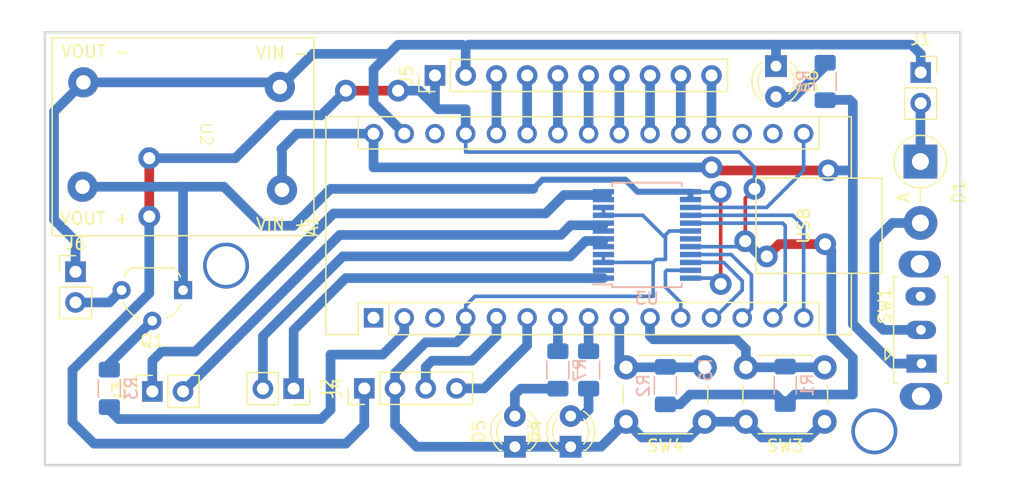
<source format=kicad_pcb>
(kicad_pcb (version 20221018) (generator pcbnew)
  (layers (0 "F.Cu" signal) (31 "B.Cu" signal) (34 "B.Paste" user) (35 "F.Paste" user) (36 "B.SilkS" user "B.Silkscreen") (37 "F.SilkS" user "F.Silkscreen") (38 "B.Mask" user) (39 "F.Mask" user) (44 "Edge.Cuts" user))
  (net 0 "")
  (net 3 "GND")
  (net 4 "/PWM1")
  (net 7 "/S1")
  (net 8 "/5v")
  (net 10 "VCC")
  (net 11 "Net-(D1-K)")
  (net 12 "Net-(D4-A)")
  (net 13 "Net-(D5-A)")
  (net 14 "Net-(D6-A)")
  (net 15 "/L2")
  (net 16 "/L1")
  (net 18 "/INA1")
  (net 19 "/INA2")
  (net 20 "/Vm")
  (net 21 "/INB1")
  (net 22 "/B1")
  (net 23 "/B2")
  (net 24 "/INB2")
  (net 25 "/OUTA1")
  (net 26 "/OUTA2")
  (net 27 "/OUTB1")
  (net 28 "/OUTB2")
  (net 29 "/PWM2")
  (net 30 "/S2")
  (net 31 "/S3")
  (net 32 "/S4")
  (net 34 "/Rx")
  (net 35 "/Tx")
  (net 36 "/S5")
  (net 37 "/S6")
  (net 38 "/S7")
  (net 39 "/S8")
  (net 40 "/Turbina")
  (net 41 "Net-(J6-Pin_2)")
  (net 42 "Net-(Q1-B)")
  (net 43 "/VIN")
  (footprint "propios:Sx1308" (layer "F.Cu") (at 116.4725 27.739 -90)
    (fp_text reference "U2" (at 0 -0.5 -90 unlocked) (layer "F.SilkS") (effects (font (thickness 0.1))))
    (fp_text value "Mt3608")
    (fp_text user "VIN +" (at 7.452 -6.81 unlocked) (layer "F.SilkS"))
    (fp_text user "VOUT -" (at -6.838 8.63 unlocked) (layer "F.SilkS"))
    (fp_text user "VIN -" (at -6.708 -6.81 unlocked) (layer "F.SilkS"))
    (fp_text user "VOUT +" (at 6.972 8.7 unlocked) (layer "F.SilkS"))
    (fp_rect (start -7.99 -9.41) (end 8.392 12.231) (stroke (width 0.12)) (fill none) (layer "F.SilkS"))
    (pad "1" thru_hole circle (at 4.602 -6.77 270) (size 2.5 2.5) (drill 1.2) (layers "*.Cu" "*.Mask") (net 43 "/VIN"))
    (pad "2" thru_hole circle (at 4.342 9.72 270) (size 2.5 2.5) (drill 1.2) (layers "*.Cu" "*.Mask") (net 20 "/Vm"))
    (pad "3" thru_hole circle (at -3.918 -6.59 270) (size 2.5 2.5) (drill 1.2) (layers "*.Cu" "*.Mask") (net 3 "GND"))
    (pad "4" thru_hole circle (at -4.298 9.65 270) (size 2.5 2.5) (drill 1.2) (layers "*.Cu" "*.Mask") (net 3 "GND"))
  )
  (footprint "Package_TO_SOT_THT:TO-92_Wide" (layer "F.Cu") (at 115.062 40.64 180)
    (fp_text reference "Q1" (at 2.55 -4.19) (layer "F.SilkS"))
    (fp_text value "BC547")
    (fp_line (start 0.74 1.85) (end 4.34 1.85) (stroke (width 0.12)) (layer "F.SilkS"))
    (fp_arc (start 0.172801 -1.103842) (mid 0.678995 -1.832692) (end 1.4 -2.35) (stroke (width 0.12)) (layer "F.SilkS"))
    (fp_arc (start 0.74 1.85) (mid 0.446097 1.509328) (end 0.215816 1.122795) (stroke (width 0.12)) (layer "F.SilkS"))
    (fp_arc (start 3.65 -2.35) (mid 4.382279 -1.833196) (end 4.895458 -1.098371) (stroke (width 0.12)) (layer "F.SilkS"))
    (fp_arc (start 4.864184 1.122795) (mid 4.633903 1.509328) (end 4.34 1.85) (stroke (width 0.12)) (layer "F.SilkS"))
    (pad "1" thru_hole rect (at 0 0 180) (size 1.5 1.5) (drill 0.8) (layers "*.Cu" "*.Mask") (net 20 "/Vm"))
    (pad "2" thru_hole circle (at 2.54 -2.54 180) (size 1.5 1.5) (drill 0.8) (layers "*.Cu" "*.Mask") (net 42 "Net-(Q1-B)"))
    (pad "3" thru_hole circle (at 5.08 0 180) (size 1.5 1.5) (drill 0.8) (layers "*.Cu" "*.Mask") (net 41 "Net-(J6-Pin_2)"))
  )
  (footprint "Connector_PinSocket_2.54mm:PinSocket_1x02_P2.54mm_Vertical" (layer "F.Cu") (at 176.047 22.626)
    (fp_text reference "J1" (at 0 -2.77) (layer "F.SilkS"))
    (fp_text value "Screw_Terminal_01x02")
    (fp_line (start -1.33 1.27) (end -1.33 3.87) (stroke (width 0.12)) (layer "F.SilkS"))
    (fp_line (start -1.33 1.27) (end 1.33 1.27) (stroke (width 0.12)) (layer "F.SilkS"))
    (fp_line (start -1.33 3.87) (end 1.33 3.87) (stroke (width 0.12)) (layer "F.SilkS"))
    (fp_line (start 0 -1.33) (end 1.33 -1.33) (stroke (width 0.12)) (layer "F.SilkS"))
    (fp_line (start 1.33 -1.33) (end 1.33 0) (stroke (width 0.12)) (layer "F.SilkS"))
    (fp_line (start 1.33 1.27) (end 1.33 3.87) (stroke (width 0.12)) (layer "F.SilkS"))
    (pad "1" thru_hole rect (at 0 0) (size 1.7 1.7) (drill 1) (layers "*.Cu" "*.Mask") (net 3 "GND"))
    (pad "2" thru_hole oval (at 0 2.54) (size 1.7 1.7) (drill 1) (layers "*.Cu" "*.Mask") (net 10 "VCC"))
  )
  (footprint "LED_THT:LED_D3.0mm" (layer "F.Cu") (at 164.084 22.098 -90)
    (fp_text reference "D6" (at 1.27 -2.96 90) (layer "F.SilkS"))
    (fp_text value "LED")
    (fp_line (start -0.29 -1.236) (end -0.29 -1.08) (stroke (width 0.12)) (layer "F.SilkS"))
    (fp_line (start -0.29 1.08) (end -0.29 1.236) (stroke (width 0.12)) (layer "F.SilkS"))
    (fp_arc (start -0.29 -1.235516) (mid 1.366487 -1.987659) (end 2.942335 -1.078608) (stroke (width 0.12)) (layer "F.SilkS"))
    (fp_arc (start 0.229039 -1.08) (mid 1.270117 -1.5) (end 2.31113 -1.079837) (stroke (width 0.12)) (layer "F.SilkS"))
    (fp_arc (start 2.31113 1.079837) (mid 1.270117 1.5) (end 0.229039 1.08) (stroke (width 0.12)) (layer "F.SilkS"))
    (fp_arc (start 2.942335 1.078608) (mid 1.366487 1.987659) (end -0.29 1.235516) (stroke (width 0.12)) (layer "F.SilkS"))
    (pad "1" thru_hole rect (at 0 0 270) (size 1.8 1.8) (drill 0.9) (layers "*.Cu" "*.Mask") (net 3 "GND"))
    (pad "2" thru_hole circle (at 2.54 0 270) (size 1.8 1.8) (drill 0.9) (layers "*.Cu" "*.Mask") (net 14 "Net-(D6-A)"))
  )
  (footprint "LED_THT:LED_D3.0mm" (layer "F.Cu") (at 147.104 53.599 90)
    (fp_text reference "D4" (at 1.27 -2.96 90) (layer "F.SilkS"))
    (fp_text value "LED")
    (fp_line (start -0.29 -1.236) (end -0.29 -1.08) (stroke (width 0.12)) (layer "F.SilkS"))
    (fp_line (start -0.29 1.08) (end -0.29 1.236) (stroke (width 0.12)) (layer "F.SilkS"))
    (fp_arc (start -0.29 -1.235516) (mid 1.366487 -1.987659) (end 2.942335 -1.078608) (stroke (width 0.12)) (layer "F.SilkS"))
    (fp_arc (start 0.229039 -1.08) (mid 1.270117 -1.5) (end 2.31113 -1.079837) (stroke (width 0.12)) (layer "F.SilkS"))
    (fp_arc (start 2.31113 1.079837) (mid 1.270117 1.5) (end 0.229039 1.08) (stroke (width 0.12)) (layer "F.SilkS"))
    (fp_arc (start 2.942335 1.078608) (mid 1.366487 1.987659) (end -0.29 1.235516) (stroke (width 0.12)) (layer "F.SilkS"))
    (pad "1" thru_hole rect (at 0 0 90) (size 1.8 1.8) (drill 0.9) (layers "*.Cu" "*.Mask") (net 3 "GND"))
    (pad "2" thru_hole circle (at 2.54 0 90) (size 1.8 1.8) (drill 0.9) (layers "*.Cu" "*.Mask") (net 12 "Net-(D4-A)"))
  )
  (footprint "Connector_PinSocket_2.54mm:PinSocket_1x02_P2.54mm_Vertical" (layer "F.Cu") (at 112.522 49.022 90)
    (fp_text reference "J3" (at 0 -2.77 90) (layer "F.SilkS"))
    (fp_text value "Conn_01x02_Socket")
    (fp_line (start -1.33 1.27) (end -1.33 3.87) (stroke (width 0.12)) (layer "F.SilkS"))
    (fp_line (start -1.33 1.27) (end 1.33 1.27) (stroke (width 0.12)) (layer "F.SilkS"))
    (fp_line (start -1.33 3.87) (end 1.33 3.87) (stroke (width 0.12)) (layer "F.SilkS"))
    (fp_line (start 0 -1.33) (end 1.33 -1.33) (stroke (width 0.12)) (layer "F.SilkS"))
    (fp_line (start 1.33 -1.33) (end 1.33 0) (stroke (width 0.12)) (layer "F.SilkS"))
    (fp_line (start 1.33 1.27) (end 1.33 3.87) (stroke (width 0.12)) (layer "F.SilkS"))
    (pad "1" thru_hole rect (at 0 0 90) (size 1.7 1.7) (drill 1) (layers "*.Cu" "*.Mask") (net 27 "/OUTB1"))
    (pad "2" thru_hole oval (at 0 2.54 90) (size 1.7 1.7) (drill 1) (layers "*.Cu" "*.Mask") (net 28 "/OUTB2"))
  )
  (footprint "Connector_PinHeader_2.54mm:PinHeader_1x10_P2.54mm_Vertical" (layer "F.Cu") (at 135.89 22.87 90)
    (fp_text reference "J5" (at 0 -2.33 90) (layer "F.SilkS"))
    (fp_text value "Conn_01x10_Pin")
    (fp_line (start -1.33 -1.33) (end 0 -1.33) (stroke (width 0.12)) (layer "F.SilkS"))
    (fp_line (start -1.33 0) (end -1.33 -1.33) (stroke (width 0.12)) (layer "F.SilkS"))
    (fp_line (start -1.33 1.27) (end -1.33 24.19) (stroke (width 0.12)) (layer "F.SilkS"))
    (fp_line (start -1.33 1.27) (end 1.33 1.27) (stroke (width 0.12)) (layer "F.SilkS"))
    (fp_line (start -1.33 24.19) (end 1.33 24.19) (stroke (width 0.12)) (layer "F.SilkS"))
    (fp_line (start 1.33 1.27) (end 1.33 24.19) (stroke (width 0.12)) (layer "F.SilkS"))
    (pad "1" thru_hole rect (at 0 0 90) (size 1.7 1.7) (drill 1) (layers "*.Cu" "*.Mask") (net 8 "/5v"))
    (pad "2" thru_hole oval (at 0 2.54 90) (size 1.7 1.7) (drill 1) (layers "*.Cu" "*.Mask") (net 3 "GND"))
    (pad "3" thru_hole oval (at 0 5.08 90) (size 1.7 1.7) (drill 1) (layers "*.Cu" "*.Mask") (net 7 "/S1"))
    (pad "4" thru_hole oval (at 0 7.62 90) (size 1.7 1.7) (drill 1) (layers "*.Cu" "*.Mask") (net 30 "/S2"))
    (pad "5" thru_hole oval (at 0 10.16 90) (size 1.7 1.7) (drill 1) (layers "*.Cu" "*.Mask") (net 31 "/S3"))
    (pad "6" thru_hole oval (at 0 12.7 90) (size 1.7 1.7) (drill 1) (layers "*.Cu" "*.Mask") (net 32 "/S4"))
    (pad "7" thru_hole oval (at 0 15.24 90) (size 1.7 1.7) (drill 1) (layers "*.Cu" "*.Mask") (net 36 "/S5"))
    (pad "8" thru_hole oval (at 0 17.78 90) (size 1.7 1.7) (drill 1) (layers "*.Cu" "*.Mask") (net 37 "/S6"))
    (pad "9" thru_hole oval (at 0 20.32 90) (size 1.7 1.7) (drill 1) (layers "*.Cu" "*.Mask") (net 38 "/S7"))
    (pad "10" thru_hole oval (at 0 22.86 90) (size 1.7 1.7) (drill 1) (layers "*.Cu" "*.Mask") (net 39 "/S8"))
  )
  (footprint "Connector_PinHeader_2.54mm:PinHeader_1x04_P2.54mm_Vertical" (layer "F.Cu") (at 130.048 48.768 90)
    (fp_text reference "J4" (at 0 -2.33 90) (layer "F.SilkS"))
    (fp_text value "Conn_01x04_Pin")
    (fp_line (start -1.33 -1.33) (end 0 -1.33) (stroke (width 0.12)) (layer "F.SilkS"))
    (fp_line (start -1.33 0) (end -1.33 -1.33) (stroke (width 0.12)) (layer "F.SilkS"))
    (fp_line (start -1.33 1.27) (end -1.33 8.95) (stroke (width 0.12)) (layer "F.SilkS"))
    (fp_line (start -1.33 1.27) (end 1.33 1.27) (stroke (width 0.12)) (layer "F.SilkS"))
    (fp_line (start -1.33 8.95) (end 1.33 8.95) (stroke (width 0.12)) (layer "F.SilkS"))
    (fp_line (start 1.33 1.27) (end 1.33 8.95) (stroke (width 0.12)) (layer "F.SilkS"))
    (pad "1" thru_hole rect (at 0 0 90) (size 1.7 1.7) (drill 1) (layers "*.Cu" "*.Mask") (net 8 "/5v"))
    (pad "2" thru_hole oval (at 0 2.54 90) (size 1.7 1.7) (drill 1) (layers "*.Cu" "*.Mask") (net 3 "GND"))
    (pad "3" thru_hole oval (at 0 5.08 90) (size 1.7 1.7) (drill 1) (layers "*.Cu" "*.Mask") (net 34 "/Rx"))
    (pad "4" thru_hole oval (at 0 7.62 90) (size 1.7 1.7) (drill 1) (layers "*.Cu" "*.Mask") (net 35 "/Tx"))
  )
  (footprint "" (layer "F.Cu") (at 172.212 52.324)
    (fp_text reference "" (at 0 0) (layer "F.SilkS") (effects (font (size 1.27 1.27))))
    (fp_text value "" (at 0 0) (layer "F.SilkS") (effects (font (size 1.27 1.27))))
    (pad "1" thru_hole circle (at 0 0) (size 3.8 3.8) (drill 3.2) (layers "*.Cu" "*.Mask"))
  )
  (footprint "" (layer "F.Cu") (at 118.618 38.608)
    (fp_text reference "" (at 0 0) (layer "F.SilkS") (effects (font (size 1.27 1.27))))
    (fp_text value "" (at 0 0) (layer "F.SilkS") (effects (font (size 1.27 1.27))))
    (pad "1" thru_hole circle (at 0 0) (size 3.8 3.8) (drill 3.2) (layers "*.Cu" "*.Mask"))
  )
  (footprint "Button_Switch_THT:SW_PUSH_6mm" (layer "F.Cu") (at 168.096 51.526 180)
    (fp_text reference "SW3" (at 3.25 -2) (layer "F.SilkS"))
    (fp_text value "SW_Push")
    (fp_line (start -0.25 1.5) (end -0.25 3) (stroke (width 0.12)) (layer "F.SilkS"))
    (fp_line (start 1 5.5) (end 5.5 5.5) (stroke (width 0.12)) (layer "F.SilkS"))
    (fp_line (start 5.5 -1) (end 1 -1) (stroke (width 0.12)) (layer "F.SilkS"))
    (fp_line (start 6.75 3) (end 6.75 1.5) (stroke (width 0.12)) (layer "F.SilkS"))
    (pad "1" thru_hole circle (at 0 0 270) (size 2 2) (drill 1.1) (layers "*.Cu" "*.Mask") (net 3 "GND"))
    (pad "1" thru_hole circle (at 6.5 0 270) (size 2 2) (drill 1.1) (layers "*.Cu" "*.Mask") (net 3 "GND"))
    (pad "2" thru_hole circle (at 0 4.5 270) (size 2 2) (drill 1.1) (layers "*.Cu" "*.Mask") (net 22 "/B1"))
    (pad "2" thru_hole circle (at 6.5 4.5 270) (size 2 2) (drill 1.1) (layers "*.Cu" "*.Mask") (net 22 "/B1"))
  )
  (footprint "Button_Switch_THT:SW_PUSH_6mm" (layer "F.Cu") (at 158.19 51.526 180)
    (fp_text reference "SW4" (at 3.25 -2) (layer "F.SilkS"))
    (fp_text value "SW_Push")
    (fp_line (start -0.25 1.5) (end -0.25 3) (stroke (width 0.12)) (layer "F.SilkS"))
    (fp_line (start 1 5.5) (end 5.5 5.5) (stroke (width 0.12)) (layer "F.SilkS"))
    (fp_line (start 5.5 -1) (end 1 -1) (stroke (width 0.12)) (layer "F.SilkS"))
    (fp_line (start 6.75 3) (end 6.75 1.5) (stroke (width 0.12)) (layer "F.SilkS"))
    (pad "1" thru_hole circle (at 0 0 270) (size 2 2) (drill 1.1) (layers "*.Cu" "*.Mask") (net 3 "GND"))
    (pad "1" thru_hole circle (at 6.5 0 270) (size 2 2) (drill 1.1) (layers "*.Cu" "*.Mask") (net 3 "GND"))
    (pad "2" thru_hole circle (at 0 4.5 270) (size 2 2) (drill 1.1) (layers "*.Cu" "*.Mask") (net 23 "/B2"))
    (pad "2" thru_hole circle (at 6.5 4.5 270) (size 2 2) (drill 1.1) (layers "*.Cu" "*.Mask") (net 23 "/B2"))
  )
  (footprint "Connector_PinSocket_2.54mm:PinSocket_1x02_P2.54mm_Vertical" (layer "F.Cu") (at 124.206 48.793 -90)
    (fp_text reference "J2" (at 0 -2.77 90) (layer "F.SilkS"))
    (fp_text value "Conn_01x02_Socket")
    (fp_line (start -1.33 1.27) (end -1.33 3.87) (stroke (width 0.12)) (layer "F.SilkS"))
    (fp_line (start -1.33 1.27) (end 1.33 1.27) (stroke (width 0.12)) (layer "F.SilkS"))
    (fp_line (start -1.33 3.87) (end 1.33 3.87) (stroke (width 0.12)) (layer "F.SilkS"))
    (fp_line (start 0 -1.33) (end 1.33 -1.33) (stroke (width 0.12)) (layer "F.SilkS"))
    (fp_line (start 1.33 -1.33) (end 1.33 0) (stroke (width 0.12)) (layer "F.SilkS"))
    (fp_line (start 1.33 1.27) (end 1.33 3.87) (stroke (width 0.12)) (layer "F.SilkS"))
    (pad "1" thru_hole rect (at 0 0 270) (size 1.7 1.7) (drill 1) (layers "*.Cu" "*.Mask") (net 25 "/OUTA1"))
    (pad "2" thru_hole oval (at 0 2.54 270) (size 1.7 1.7) (drill 1) (layers "*.Cu" "*.Mask") (net 26 "/OUTA2"))
  )
  (footprint "Button_Switch_THT:SW_Slide_1P2T_CK_OS102011MS2Q" (layer "F.Cu") (at 176.0655 45.928 90)
    (fp_text reference "SW1" (at 3.99 -2.99 90) (layer "F.SilkS"))
    (fp_text value "SW_DPDT_x2")
    (fp_line (start -2.41 -2.26) (end 6.41 -2.26) (stroke (width 0.12)) (layer "F.SilkS"))
    (fp_line (start -2.41 -1.95) (end -2.41 -2.26) (stroke (width 0.12)) (layer "F.SilkS"))
    (fp_line (start -2.41 2.26) (end -2.41 1.95) (stroke (width 0.12)) (layer "F.SilkS"))
    (fp_line (start -0.5 -2.96) (end 0 -2.46) (stroke (width 0.12)) (layer "F.SilkS"))
    (fp_line (start 0 -2.46) (end 0.5 -2.96) (stroke (width 0.12)) (layer "F.SilkS"))
    (fp_line (start 0.5 -2.96) (end -0.5 -2.96) (stroke (width 0.12)) (layer "F.SilkS"))
    (fp_line (start 6.41 -2.26) (end 6.41 -1.95) (stroke (width 0.12)) (layer "F.SilkS"))
    (fp_line (start 6.41 2.26) (end -2.41 2.26) (stroke (width 0.12)) (layer "F.SilkS"))
    (fp_line (start 6.41 2.26) (end 6.41 1.95) (stroke (width 0.12)) (layer "F.SilkS"))
    (pad "" thru_hole oval (at -3.5 0 90) (size 2.2 3.5) (drill 1.5) (layers "*.Cu" "*.Mask"))
    (pad "" thru_hole oval (at 7.45 -0.1 90) (size 2.2 3.5) (drill 1.5) (layers "*.Cu" "*.Mask"))
    (pad "1" thru_hole rect (at -0.79 0.05 90) (size 1.5 2.5) (drill 0.8) (layers "*.Cu" "*.Mask") (net 43 "/VIN"))
    (pad "2" thru_hole oval (at 2 0 90) (size 1.5 2.5) (drill 0.8) (layers "*.Cu" "*.Mask") (net 11 "Net-(D1-K)"))
    (pad "3" thru_hole oval (at 4.78 -0.03 90) (size 1.5 2.5) (drill 0.8) (layers "*.Cu" "*.Mask"))
  )
  (footprint "Module:Arduino_Nano" (layer "F.Cu") (at 130.81 42.926 90)
    (fp_text reference "A1" (at 7.62 -5.08 90) (layer "F.SilkS"))
    (fp_text value "Arduino_Nano_v3.x")
    (fp_text user "USB" (at 7.62 35.56 90 unlocked) (layer "F.SilkS"))
    (fp_line (start -1.4 -3.94) (end -1.4 -1.27) (stroke (width 0.12)) (layer "F.SilkS"))
    (fp_line (start -1.4 1.27) (end -1.4 39.5) (stroke (width 0.12)) (layer "F.SilkS"))
    (fp_line (start -1.4 39.5) (end 3.68 39.5) (stroke (width 0.12)) (layer "F.SilkS"))
    (fp_line (start 1.27 -1.27) (end -1.4 -1.27) (stroke (width 0.12)) (layer "F.SilkS"))
    (fp_line (start 1.27 1.27) (end -1.4 1.27) (stroke (width 0.12)) (layer "F.SilkS"))
    (fp_line (start 1.27 1.27) (end 1.27 -1.27) (stroke (width 0.12)) (layer "F.SilkS"))
    (fp_line (start 1.27 1.27) (end 1.27 36.83) (stroke (width 0.12)) (layer "F.SilkS"))
    (fp_line (start 1.27 36.83) (end -1.4 36.83) (stroke (width 0.12)) (layer "F.SilkS"))
    (fp_line (start 3.68 31.62) (end 11.56 31.62) (stroke (width 0.12)) (layer "F.SilkS"))
    (fp_line (start 3.68 42.04) (end 3.68 31.62) (stroke (width 0.12)) (layer "F.SilkS"))
    (fp_line (start 11.56 31.62) (end 11.56 42.04) (stroke (width 0.12)) (layer "F.SilkS"))
    (fp_line (start 11.56 42.04) (end 3.68 42.04) (stroke (width 0.12)) (layer "F.SilkS"))
    (fp_line (start 13.97 -1.27) (end 13.97 36.83) (stroke (width 0.12)) (layer "F.SilkS"))
    (fp_line (start 13.97 -1.27) (end 16.64 -1.27) (stroke (width 0.12)) (layer "F.SilkS"))
    (fp_line (start 13.97 36.83) (end 16.64 36.83) (stroke (width 0.12)) (layer "F.SilkS"))
    (fp_line (start 16.64 -3.94) (end -1.4 -3.94) (stroke (width 0.12)) (layer "F.SilkS"))
    (fp_line (start 16.64 39.5) (end 11.56 39.5) (stroke (width 0.12)) (layer "F.SilkS"))
    (fp_line (start 16.64 39.5) (end 16.64 -3.94) (stroke (width 0.12)) (layer "F.SilkS"))
    (pad "1" thru_hole rect (at 0 0 90) (size 1.6 1.6) (drill 1) (layers "*.Cu" "*.Mask"))
    (pad "2" thru_hole oval (at 0 2.54 90) (size 1.6 1.6) (drill 1) (layers "*.Cu" "*.Mask") (net 40 "/Turbina"))
    (pad "3" thru_hole oval (at 0 5.08 90) (size 1.6 1.6) (drill 1) (layers "*.Cu" "*.Mask"))
    (pad "4" thru_hole oval (at 0 7.62 90) (size 1.6 1.6) (drill 1) (layers "*.Cu" "*.Mask") (net 3 "GND"))
    (pad "5" thru_hole oval (at 0 10.16 90) (size 1.6 1.6) (drill 1) (layers "*.Cu" "*.Mask") (net 34 "/Rx"))
    (pad "6" thru_hole oval (at 0 12.7 90) (size 1.6 1.6) (drill 1) (layers "*.Cu" "*.Mask") (net 35 "/Tx"))
    (pad "7" thru_hole oval (at 0 15.24 90) (size 1.6 1.6) (drill 1) (layers "*.Cu" "*.Mask") (net 16 "/L1"))
    (pad "8" thru_hole oval (at 0 17.78 90) (size 1.6 1.6) (drill 1) (layers "*.Cu" "*.Mask") (net 15 "/L2"))
    (pad "9" thru_hole oval (at 0 20.32 90) (size 1.6 1.6) (drill 1) (layers "*.Cu" "*.Mask") (net 23 "/B2"))
    (pad "10" thru_hole oval (at 0 22.86 90) (size 1.6 1.6) (drill 1) (layers "*.Cu" "*.Mask") (net 22 "/B1"))
    (pad "11" thru_hole oval (at 0 25.4 90) (size 1.6 1.6) (drill 1) (layers "*.Cu" "*.Mask") (net 4 "/PWM1"))
    (pad "12" thru_hole oval (at 0 27.94 90) (size 1.6 1.6) (drill 1) (layers "*.Cu" "*.Mask") (net 19 "/INA2"))
    (pad "13" thru_hole oval (at 0 30.48 90) (size 1.6 1.6) (drill 1) (layers "*.Cu" "*.Mask") (net 18 "/INA1"))
    (pad "14" thru_hole oval (at 0 33.02 90) (size 1.6 1.6) (drill 1) (layers "*.Cu" "*.Mask") (net 21 "/INB1"))
    (pad "15" thru_hole oval (at 0 35.56 90) (size 1.6 1.6) (drill 1) (layers "*.Cu" "*.Mask") (net 24 "/INB2"))
    (pad "16" thru_hole oval (at 15.24 35.56 90) (size 1.6 1.6) (drill 1) (layers "*.Cu" "*.Mask") (net 29 "/PWM2"))
    (pad "17" thru_hole oval (at 15.24 33.02 90) (size 1.6 1.6) (drill 1) (layers "*.Cu" "*.Mask"))
    (pad "18" thru_hole oval (at 15.24 30.48 90) (size 1.6 1.6) (drill 1) (layers "*.Cu" "*.Mask"))
    (pad "19" thru_hole oval (at 15.24 27.94 90) (size 1.6 1.6) (drill 1) (layers "*.Cu" "*.Mask") (net 39 "/S8"))
    (pad "20" thru_hole oval (at 15.24 25.4 90) (size 1.6 1.6) (drill 1) (layers "*.Cu" "*.Mask") (net 38 "/S7"))
    (pad "21" thru_hole oval (at 15.24 22.86 90) (size 1.6 1.6) (drill 1) (layers "*.Cu" "*.Mask") (net 37 "/S6"))
    (pad "22" thru_hole oval (at 15.24 20.32 90) (size 1.6 1.6) (drill 1) (layers "*.Cu" "*.Mask") (net 36 "/S5"))
    (pad "23" thru_hole oval (at 15.24 17.78 90) (size 1.6 1.6) (drill 1) (layers "*.Cu" "*.Mask") (net 32 "/S4"))
    (pad "24" thru_hole oval (at 15.24 15.24 90) (size 1.6 1.6) (drill 1) (layers "*.Cu" "*.Mask") (net 31 "/S3"))
    (pad "25" thru_hole oval (at 15.24 12.7 90) (size 1.6 1.6) (drill 1) (layers "*.Cu" "*.Mask") (net 30 "/S2"))
    (pad "26" thru_hole oval (at 15.24 10.16 90) (size 1.6 1.6) (drill 1) (layers "*.Cu" "*.Mask") (net 7 "/S1"))
    (pad "27" thru_hole oval (at 15.24 7.62 90) (size 1.6 1.6) (drill 1) (layers "*.Cu" "*.Mask") (net 8 "/5v"))
    (pad "28" thru_hole oval (at 15.24 5.08 90) (size 1.6 1.6) (drill 1) (layers "*.Cu" "*.Mask"))
    (pad "29" thru_hole oval (at 15.24 2.54 90) (size 1.6 1.6) (drill 1) (layers "*.Cu" "*.Mask") (net 3 "GND"))
    (pad "30" thru_hole oval (at 15.24 0 90) (size 1.6 1.6) (drill 1) (layers "*.Cu" "*.Mask") (net 43 "/VIN"))
  )
  (footprint "LED_THT:LED_D3.0mm" (layer "F.Cu") (at 142.494 53.599 90)
    (fp_text reference "D5" (at 1.27 -2.96 90) (layer "F.SilkS"))
    (fp_text value "LED")
    (fp_line (start -0.29 -1.236) (end -0.29 -1.08) (stroke (width 0.12)) (layer "F.SilkS"))
    (fp_line (start -0.29 1.08) (end -0.29 1.236) (stroke (width 0.12)) (layer "F.SilkS"))
    (fp_arc (start -0.29 -1.235516) (mid 1.366487 -1.987659) (end 2.942335 -1.078608) (stroke (width 0.12)) (layer "F.SilkS"))
    (fp_arc (start 0.229039 -1.08) (mid 1.270117 -1.5) (end 2.31113 -1.079837) (stroke (width 0.12)) (layer "F.SilkS"))
    (fp_arc (start 2.31113 1.079837) (mid 1.270117 1.5) (end 0.229039 1.08) (stroke (width 0.12)) (layer "F.SilkS"))
    (fp_arc (start 2.942335 1.078608) (mid 1.366487 1.987659) (end -0.29 1.235516) (stroke (width 0.12)) (layer "F.SilkS"))
    (pad "1" thru_hole rect (at 0 0 90) (size 1.8 1.8) (drill 0.9) (layers "*.Cu" "*.Mask") (net 3 "GND"))
    (pad "2" thru_hole circle (at 2.54 0 90) (size 1.8 1.8) (drill 0.9) (layers "*.Cu" "*.Mask") (net 13 "Net-(D5-A)"))
  )
  (footprint "Diode_THT:D_5W_P5.08mm_Vertical_AnodeUp" (layer "F.Cu") (at 176.022 29.99795 -90)
    (fp_text reference "D1" (at 2.54 -3.174899 90) (layer "F.SilkS"))
    (fp_text value "type=\"D\" model=\"DIODE\" lib=\"\"")
    (fp_text user "A" (at 2.98 1.4 90) (layer "F.SilkS"))
    (fp_line (start 2.174899 0) (end 3.38 0) (stroke (width 0.12)) (layer "F.SilkS"))
    (fp_circle (center 0 0) (end 2.174899 0) (stroke (width 0.12)) (fill none) (layer "F.SilkS"))
    (pad "1" thru_hole rect (at 0 0 270) (size 2.8 2.8) (drill 1.4) (layers "*.Cu" "*.Mask") (net 10 "VCC"))
    (pad "2" thru_hole oval (at 5.08 0 270) (size 2.8 2.8) (drill 1.4) (layers "*.Cu" "*.Mask") (net 11 "Net-(D1-K)"))
  )
  (footprint "Connector_PinHeader_2.54mm:PinHeader_1x02_P2.54mm_Vertical" (layer "F.Cu") (at 106.172 39.116)
    (fp_text reference "J6" (at 0 -2.33) (layer "F.SilkS"))
    (fp_text value "Conn_01x02_Pin")
    (fp_line (start -1.33 -1.33) (end 0 -1.33) (stroke (width 0.12)) (layer "F.SilkS"))
    (fp_line (start -1.33 0) (end -1.33 -1.33) (stroke (width 0.12)) (layer "F.SilkS"))
    (fp_line (start -1.33 1.27) (end -1.33 3.87) (stroke (width 0.12)) (layer "F.SilkS"))
    (fp_line (start -1.33 1.27) (end 1.33 1.27) (stroke (width 0.12)) (layer "F.SilkS"))
    (fp_line (start -1.33 3.87) (end 1.33 3.87) (stroke (width 0.12)) (layer "F.SilkS"))
    (fp_line (start 1.33 1.27) (end 1.33 3.87) (stroke (width 0.12)) (layer "F.SilkS"))
    (pad "1" thru_hole rect (at 0 0) (size 1.7 1.7) (drill 1) (layers "*.Cu" "*.Mask") (net 3 "GND"))
    (pad "2" thru_hole oval (at 0 2.54) (size 1.7 1.7) (drill 1) (layers "*.Cu" "*.Mask") (net 41 "Net-(J6-Pin_2)"))
  )
  (footprint "Resistor_SMD:R_1206_3216Metric_Pad1.30x1.75mm_HandSolder" (layer "B.Cu") (at 108.966 48.768 90)
    (fp_text reference "R3" (at 0 1.82 90) (layer "B.SilkS") (effects (justify mirror)))
    (fp_text value "4.7k")
    (fp_line (start -0.727064 -0.91) (end 0.727064 -0.91) (stroke (width 0.12)) (layer "B.SilkS"))
    (fp_line (start -0.727064 0.91) (end 0.727064 0.91) (stroke (width 0.12)) (layer "B.SilkS"))
    (pad "1" smd roundrect (at -1.55 0 90) (size 1.3 1.75) (layers "B.Cu" "B.Paste" "B.Mask") (roundrect_rratio 0.192308) (net 40 "/Turbina"))
    (pad "2" smd roundrect (at 1.55 0 90) (size 1.3 1.75) (layers "B.Cu" "B.Paste" "B.Mask") (roundrect_rratio 0.192308) (net 42 "Net-(Q1-B)"))
  )
  (footprint "Resistor_SMD:R_1206_3216Metric_Pad1.30x1.75mm_HandSolder" (layer "B.Cu") (at 164.846 48.514 90)
    (fp_text reference "R1" (at 0 1.82 90) (layer "B.SilkS") (effects (justify mirror)))
    (fp_text value "R")
    (fp_line (start -0.727064 -0.91) (end 0.727064 -0.91) (stroke (width 0.12)) (layer "B.SilkS"))
    (fp_line (start -0.727064 0.91) (end 0.727064 0.91) (stroke (width 0.12)) (layer "B.SilkS"))
    (pad "1" smd roundrect (at -1.55 0 90) (size 1.3 1.75) (layers "B.Cu" "B.Paste" "B.Mask") (roundrect_rratio 0.192308) (net 8 "/5v"))
    (pad "2" smd roundrect (at 1.55 0 90) (size 1.3 1.75) (layers "B.Cu" "B.Paste" "B.Mask") (roundrect_rratio 0.192308) (net 22 "/B1"))
  )
  (footprint "Package_SO:SSOP-24_5.3x8.2mm_P0.65mm" (layer "B.Cu") (at 153.416 36.068)
    (fp_text reference "U3" (at 0 5.25) (layer "B.SilkS") (effects (justify mirror)))
    (fp_text value "TB6612FNG")
    (fp_line (start -2.875 -4.325) (end -2.875 -4.025) (stroke (width 0.15)) (layer "B.SilkS"))
    (fp_line (start -2.875 -4.325) (end 2.875 -4.325) (stroke (width 0.15)) (layer "B.SilkS"))
    (fp_line (start -2.875 4.1) (end -4.475 4.1) (stroke (width 0.15)) (layer "B.SilkS"))
    (fp_line (start -2.875 4.325) (end -2.875 4.1) (stroke (width 0.15)) (layer "B.SilkS"))
    (fp_line (start -2.875 4.325) (end 2.875 4.325) (stroke (width 0.15)) (layer "B.SilkS"))
    (fp_line (start 2.875 -4.325) (end 2.875 -4.025) (stroke (width 0.15)) (layer "B.SilkS"))
    (fp_line (start 2.875 4.325) (end 2.875 4.025) (stroke (width 0.15)) (layer "B.SilkS"))
    (pad "1" smd rect (at -3.6 3.575) (size 1.75 0.45) (layers "B.Cu" "B.Paste" "B.Mask") (net 25 "/OUTA1"))
    (pad "2" smd rect (at -3.6 2.925) (size 1.75 0.45) (layers "B.Cu" "B.Paste" "B.Mask") (net 25 "/OUTA1"))
    (pad "3" smd rect (at -3.6 2.275) (size 1.75 0.45) (layers "B.Cu" "B.Paste" "B.Mask") (net 3 "GND"))
    (pad "4" smd rect (at -3.6 1.625) (size 1.75 0.45) (layers "B.Cu" "B.Paste" "B.Mask") (net 3 "GND"))
    (pad "5" smd rect (at -3.6 0.975) (size 1.75 0.45) (layers "B.Cu" "B.Paste" "B.Mask") (net 26 "/OUTA2"))
    (pad "6" smd rect (at -3.6 0.325) (size 1.75 0.45) (layers "B.Cu" "B.Paste" "B.Mask") (net 26 "/OUTA2"))
    (pad "7" smd rect (at -3.6 -0.325) (size 1.75 0.45) (layers "B.Cu" "B.Paste" "B.Mask") (net 28 "/OUTB2"))
    (pad "8" smd rect (at -3.6 -0.975) (size 1.75 0.45) (layers "B.Cu" "B.Paste" "B.Mask") (net 28 "/OUTB2"))
    (pad "9" smd rect (at -3.6 -1.625) (size 1.75 0.45) (layers "B.Cu" "B.Paste" "B.Mask") (net 3 "GND"))
    (pad "10" smd rect (at -3.6 -2.275) (size 1.75 0.45) (layers "B.Cu" "B.Paste" "B.Mask") (net 3 "GND"))
    (pad "11" smd rect (at -3.6 -2.925) (size 1.75 0.45) (layers "B.Cu" "B.Paste" "B.Mask") (net 27 "/OUTB1"))
    (pad "12" smd rect (at -3.6 -3.575) (size 1.75 0.45) (layers "B.Cu" "B.Paste" "B.Mask") (net 27 "/OUTB1"))
    (pad "13" smd rect (at 3.6 -3.575) (size 1.75 0.45) (layers "B.Cu" "B.Paste" "B.Mask") (net 20 "/Vm"))
    (pad "14" smd rect (at 3.6 -2.925) (size 1.75 0.45) (layers "B.Cu" "B.Paste" "B.Mask") (net 20 "/Vm"))
    (pad "15" smd rect (at 3.6 -2.275) (size 1.75 0.45) (layers "B.Cu" "B.Paste" "B.Mask") (net 29 "/PWM2"))
    (pad "16" smd rect (at 3.6 -1.625) (size 1.75 0.45) (layers "B.Cu" "B.Paste" "B.Mask") (net 24 "/INB2"))
    (pad "17" smd rect (at 3.6 -0.975) (size 1.75 0.45) (layers "B.Cu" "B.Paste" "B.Mask") (net 21 "/INB1"))
    (pad "18" smd rect (at 3.6 -0.325) (size 1.75 0.45) (layers "B.Cu" "B.Paste" "B.Mask") (net 3 "GND"))
    (pad "19" smd rect (at 3.6 0.325) (size 1.75 0.45) (layers "B.Cu" "B.Paste" "B.Mask"))
    (pad "20" smd rect (at 3.6 0.975) (size 1.75 0.45) (layers "B.Cu" "B.Paste" "B.Mask") (net 8 "/5v"))
    (pad "21" smd rect (at 3.6 1.625) (size 1.75 0.45) (layers "B.Cu" "B.Paste" "B.Mask") (net 18 "/INA1"))
    (pad "22" smd rect (at 3.6 2.275) (size 1.75 0.45) (layers "B.Cu" "B.Paste" "B.Mask") (net 19 "/INA2"))
    (pad "23" smd rect (at 3.6 2.925) (size 1.75 0.45) (layers "B.Cu" "B.Paste" "B.Mask") (net 4 "/PWM1"))
    (pad "24" smd rect (at 3.6 3.575) (size 1.75 0.45) (layers "B.Cu" "B.Paste" "B.Mask") (net 20 "/Vm"))
  )
  (footprint "Resistor_SMD:R_1206_3216Metric_Pad1.30x1.75mm_HandSolder" (layer "B.Cu") (at 154.94 48.54 -90)
    (fp_text reference "R2" (at 0 1.82 90) (layer "B.SilkS") (effects (justify mirror)))
    (fp_text value "R")
    (fp_line (start -0.727064 -0.91) (end 0.727064 -0.91) (stroke (width 0.12)) (layer "B.SilkS"))
    (fp_line (start -0.727064 0.91) (end 0.727064 0.91) (stroke (width 0.12)) (layer "B.SilkS"))
    (pad "1" smd roundrect (at -1.55 0 270) (size 1.3 1.75) (layers "B.Cu" "B.Paste" "B.Mask") (roundrect_rratio 0.192308) (net 23 "/B2"))
    (pad "2" smd roundrect (at 1.55 0 270) (size 1.3 1.75) (layers "B.Cu" "B.Paste" "B.Mask") (roundrect_rratio 0.192308) (net 8 "/5v"))
  )
  (footprint "Resistor_SMD:R_1206_3216Metric_Pad1.30x1.75mm_HandSolder" (layer "B.Cu") (at 168.148 23.368 -90)
    (fp_text reference "R8" (at 0 1.82 90) (layer "B.SilkS") (effects (justify mirror)))
    (fp_text value "1000")
    (fp_line (start -0.727064 -0.91) (end 0.727064 -0.91) (stroke (width 0.12)) (layer "B.SilkS"))
    (fp_line (start -0.727064 0.91) (end 0.727064 0.91) (stroke (width 0.12)) (layer "B.SilkS"))
    (pad "1" smd roundrect (at -1.55 0 270) (size 1.3 1.75) (layers "B.Cu" "B.Paste" "B.Mask") (roundrect_rratio 0.192308) (net 14 "Net-(D6-A)"))
    (pad "2" smd roundrect (at 1.55 0 270) (size 1.3 1.75) (layers "B.Cu" "B.Paste" "B.Mask") (roundrect_rratio 0.192308) (net 43 "/VIN"))
  )
  (footprint "Resistor_SMD:R_1206_3216Metric_Pad1.30x1.75mm_HandSolder" (layer "B.Cu") (at 146.05 47.244 90)
    (fp_text reference "R7" (at 0 1.82 90) (layer "B.SilkS") (effects (justify mirror)))
    (fp_text value "1000")
    (fp_line (start -0.727064 -0.91) (end 0.727064 -0.91) (stroke (width 0.12)) (layer "B.SilkS"))
    (fp_line (start -0.727064 0.91) (end 0.727064 0.91) (stroke (width 0.12)) (layer "B.SilkS"))
    (pad "1" smd roundrect (at -1.55 0 90) (size 1.3 1.75) (layers "B.Cu" "B.Paste" "B.Mask") (roundrect_rratio 0.192308) (net 13 "Net-(D5-A)"))
    (pad "2" smd roundrect (at 1.55 0 90) (size 1.3 1.75) (layers "B.Cu" "B.Paste" "B.Mask") (roundrect_rratio 0.192308) (net 16 "/L1"))
  )
  (footprint "Resistor_SMD:R_1206_3216Metric_Pad1.30x1.75mm_HandSolder" (layer "B.Cu") (at 148.59 47.244 90)
    (fp_text reference "R6" (at 0 9.694 90) (layer "B.SilkS") (effects (justify mirror)))
    (fp_text value "1000")
    (fp_line (start -0.727064 -0.91) (end 0.727064 -0.91) (stroke (width 0.12)) (layer "B.SilkS"))
    (fp_line (start -0.727064 0.91) (end 0.727064 0.91) (stroke (width 0.12)) (layer "B.SilkS"))
    (pad "1" smd roundrect (at -1.55 0 90) (size 1.3 1.75) (layers "B.Cu" "B.Paste" "B.Mask") (roundrect_rratio 0.192308) (net 12 "Net-(D4-A)"))
    (pad "2" smd roundrect (at 1.55 0 90) (size 1.3 1.75) (layers "B.Cu" "B.Paste" "B.Mask") (roundrect_rratio 0.192308) (net 15 "/L2"))
  )
  (gr_rect (start 103.632 19.304) (end 179.324 55.118) (stroke (width 0.2)) (fill none) (layer "Edge.Cuts"))
  (segment (start 156.884 52.832) (end 152.996 52.832) (width 0.8) (layer "B.Cu") (net 3))
  (segment (start 132.832 20.33) (end 138.176 20.33) (width 0.8) (layer "B.Cu") (net 3))
  (segment (start 106.172 39.116) (end 106.172 36.576) (width 0.8) (layer "B.Cu") (net 3))
  (segment (start 149.816 34.443) (end 153.061 34.443) (width 0.3) (layer "B.Cu") (net 3))
  (segment (start 153.061 34.443) (end 154.94 36.322) (width 0.3) (layer "B.Cu") (net 3))
  (segment (start 138.43 42.926) (end 138.43 44.196) (width 0.8) (layer "B.Cu") (net 3))
  (segment (start 158.19 51.526) (end 161.596 51.526) (width 0.8) (layer "B.Cu") (net 3))
  (segment (start 153.924 38.343) (end 153.924 41.148) (width 0.3) (layer "B.Cu") (net 3))
  (segment (start 135.128 44.958) (end 132.588 47.498) (width 0.8) (layer "B.Cu") (net 3))
  (segment (start 164.084 22.098) (end 164.084 20.574) (width 0.8) (layer "B.Cu") (net 3))
  (segment (start 147.104 53.599) (end 149.617 53.599) (width 0.8) (layer "B.Cu") (net 3))
  (segment (start 132.588 47.498) (end 132.588 48.768) (width 0.8) (layer "B.Cu") (net 3))
  (segment (start 147.104 53.599) (end 142.494 53.599) (width 0.8) (layer "B.Cu") (net 3))
  (segment (start 166.79 52.832) (end 162.902 52.832) (width 0.8) (layer "B.Cu") (net 3))
  (segment (start 137.668 44.958) (end 135.128 44.958) (width 0.8) (layer "B.Cu") (net 3))
  (segment (start 138.43 20.584) (end 138.43 22.87) (width 0.8) (layer "B.Cu") (net 3))
  (segment (start 106.172 36.576) (end 104.394 34.798) (width 0.8) (layer "B.Cu") (net 3))
  (segment (start 139.192 41.148) (end 138.43 41.91) (width 0.3) (layer "B.Cu") (net 3))
  (segment (start 138.43 44.196) (end 137.668 44.958) (width 0.8) (layer "B.Cu") (net 3))
  (segment (start 175.26 20.32) (end 163.83 20.32) (width 0.8) (layer "B.Cu") (net 3))
  (segment (start 157.016 35.743) (end 155.265 35.743) (width 0.3) (layer "B.Cu") (net 3))
  (segment (start 134.371 53.599) (end 132.588 51.816) (width 0.8) (layer "B.Cu") (net 3))
  (segment (start 132.08 21.082) (end 125.8015 21.082) (width 0.8) (layer "B.Cu") (net 3))
  (segment (start 130.81 25.146) (end 130.81 22.352) (width 0.8) (layer "B.Cu") (net 3))
  (segment (start 168.096 51.526) (end 166.79 52.832) (width 0.8) (layer "B.Cu") (net 3))
  (segment (start 104.394 34.798) (end 104.394 25.8695) (width 0.8) (layer "B.Cu") (net 3))
  (segment (start 122.6825 23.441) (end 123.0625 23.821) (width 0.8) (layer "B.Cu") (net 3))
  (segment (start 158.19 51.526) (end 156.884 52.832) (width 0.8) (layer "B.Cu") (net 3))
  (segment (start 163.83 20.32) (end 138.694 20.32) (width 0.8) (layer "B.Cu") (net 3))
  (segment (start 132.588 51.816) (end 132.588 48.768) (width 0.8) (layer "B.Cu") (net 3))
  (segment (start 162.902 52.832) (end 161.596 51.526) (width 0.8) (layer "B.Cu") (net 3))
  (segment (start 152.996 52.832) (end 151.69 51.526) (width 0.8) (layer "B.Cu") (net 3))
  (segment (start 142.494 53.599) (end 134.371 53.599) (width 0.8) (layer "B.Cu") (net 3))
  (segment (start 104.394 25.8695) (end 106.8225 23.441) (width 0.8) (layer "B.Cu") (net 3))
  (segment (start 149.816 38.343) (end 149.816 37.693) (width 0.3) (layer "B.Cu") (net 3))
  (segment (start 138.694 20.32) (end 138.43 20.584) (width 0.8) (layer "B.Cu") (net 3))
  (segment (start 154.167 38.1) (end 153.924 38.343) (width 0.3) (layer "B.Cu") (net 3))
  (segment (start 149.816 33.793) (end 149.816 34.443) (width 0.3) (layer "B.Cu") (net 3))
  (segment (start 155.265 35.743) (end 154.94 36.068) (width 0.3) (layer "B.Cu") (net 3))
  (segment (start 130.81 22.352) (end 132.08 21.082) (width 0.8) (layer "B.Cu") (net 3))
  (segment (start 138.176 20.33) (end 138.43 20.584) (width 0.8) (layer "B.Cu") (net 3))
  (segment (start 138.43 41.91) (end 138.43 42.926) (width 0.3) (layer "B.Cu") (net 3))
  (segment (start 106.8225 23.441) (end 122.6825 23.441) (width 0.8) (layer "B.Cu") (net 3))
  (segment (start 132.08 21.082) (end 132.832 20.33) (width 0.8) (layer "B.Cu") (net 3))
  (segment (start 154.94 36.322) (end 154.94 38.1) (width 0.3) (layer "B.Cu") (net 3))
  (segment (start 164.084 20.574) (end 163.83 20.32) (width 0.8) (layer "B.Cu") (net 3))
  (segment (start 154.94 38.1) (end 154.167 38.1) (width 0.3) (layer "B.Cu") (net 3))
  (segment (start 125.8015 21.082) (end 123.0625 23.821) (width 0.8) (layer "B.Cu") (net 3))
  (segment (start 149.617 53.599) (end 151.69 51.526) (width 0.8) (layer "B.Cu") (net 3))
  (segment (start 176.047 21.107) (end 175.26 20.32) (width 0.8) (layer "B.Cu") (net 3))
  (segment (start 176.047 22.626) (end 176.047 21.107) (width 0.8) (layer "B.Cu") (net 3))
  (segment (start 133.35 27.686) (end 130.81 25.146) (width 0.8) (layer "B.Cu") (net 3))
  (segment (start 149.816 38.343) (end 153.924 38.343) (width 0.3) (layer "B.Cu") (net 3))
  (segment (start 154.94 36.068) (end 154.94 36.322) (width 0.3) (layer "B.Cu") (net 3))
  (segment (start 153.924 41.148) (end 139.192 41.148) (width 0.3) (layer "B.Cu") (net 3))
  (segment (start 154.94 39.116) (end 154.94 40.386) (width 0.3) (layer "B.Cu") (net 4))
  (segment (start 157.016 38.993) (end 155.063 38.993) (width 0.3) (layer "B.Cu") (net 4))
  (segment (start 156.21 41.656) (end 156.21 42.926) (width 0.3) (layer "B.Cu") (net 4))
  (segment (start 154.94 40.386) (end 156.21 41.656) (width 0.3) (layer "B.Cu") (net 4))
  (segment (start 155.063 38.993) (end 154.94 39.116) (width 0.3) (layer "B.Cu") (net 4))
  (segment (start 140.97 27.686) (end 140.97 22.87) (width 0.8) (layer "B.Cu") (net 7))
  (segment (start 164.338 36.83) (end 168.148 36.83) (width 0.8) (layer "F.Cu") (net 8))
  (segment (start 161.544 36.576) (end 161.544 33.02) (width 0.3) (layer "F.Cu") (net 8))
  (segment (start 161.544 33.02) (end 162.306 32.258) (width 0.3) (layer "F.Cu") (net 8))
  (segment (start 163.322 37.846) (end 164.338 36.83) (width 0.8) (layer "F.Cu") (net 8))
  (segment (start 112.268 34.544) (end 112.268 29.718) (width 0.8) (layer "F.Cu") (net 8))
  (segment (start 161.53375 36.58625) (end 161.544 36.576) (width 0.3) (layer "F.Cu") (net 8))
  (segment (start 132.842 24.13) (end 128.524 24.13) (width 0.8) (layer "F.Cu") (net 8))
  (via (at 112.268 34.544) (size 1.8) (drill 1) (layers "F.Cu" "B.Cu") (net 8))
  (via (at 163.322 37.846) (size 1.8) (drill 1) (layers "F.Cu" "B.Cu") (net 8))
  (via (at 168.148 36.83) (size 1.8) (drill 1) (layers "F.Cu" "B.Cu") (net 8))
  (via (at 161.53375 36.58625) (size 1.8) (drill 1) (layers "F.Cu" "B.Cu") (net 8))
  (via (at 132.842 24.13) (size 1.8) (drill 1) (layers "F.Cu" "B.Cu") (net 8))
  (via (at 112.268 29.718) (size 1.8) (drill 1) (layers "F.Cu" "B.Cu") (net 8))
  (via (at 128.524 24.13) (size 1.8) (drill 1) (layers "F.Cu" "B.Cu") (net 8))
  (via (at 162.306 32.258) (size 1.8) (drill 1) (layers "F.Cu" "B.Cu") (net 8))
  (segment (start 170.434 49.276) (end 170.434 46.228) (width 0.8) (layer "B.Cu") (net 8))
  (segment (start 138.43 27.686) (end 138.43 25.664) (width 0.8) (layer "B.Cu") (net 8))
  (segment (start 170.434 46.228) (end 168.656 44.45) (width 0.8) (layer "B.Cu") (net 8))
  (segment (start 161.53375 36.58625) (end 162.7935 37.846) (width 0.8) (layer "B.Cu") (net 8))
  (segment (start 156.158 50.09) (end 156.972 49.276) (width 0.8) (layer "B.Cu") (net 8))
  (segment (start 134.61 24.13) (end 136.144 25.664) (width 0.8) (layer "B.Cu") (net 8))
  (segment (start 154.94 50.09) (end 156.158 50.09) (width 0.8) (layer "B.Cu") (net 8))
  (segment (start 112.268 40.894) (end 112.268 34.544) (width 0.8) (layer "B.Cu") (net 8))
  (segment (start 112.268 29.718) (end 119.38 29.718) (width 0.8) (layer "B.Cu") (net 8))
  (segment (start 107.696 53.34) (end 105.918 51.562) (width 0.8) (layer "B.Cu") (net 8))
  (segment (start 161.077 37.043) (end 157.016 37.043) (width 0.3) (layer "B.Cu") (net 8))
  (segment (start 138.43 29.21) (end 138.43 27.686) (width 0.3) (layer "B.Cu") (net 8))
  (segment (start 105.918 47.244) (end 112.268 40.894) (width 0.8) (layer "B.Cu") (net 8))
  (segment (start 164.058 49.276) (end 164.846 50.064) (width 0.8) (layer "B.Cu") (net 8))
  (segment (start 138.43 25.664) (end 136.144 25.664) (width 0.8) (layer "B.Cu") (net 8))
  (segment (start 161.53375 36.58625) (end 161.077 37.043) (width 0.3) (layer "B.Cu") (net 8))
  (segment (start 130.048 48.768) (end 130.048 51.816) (width 0.8) (layer "B.Cu") (net 8))
  (segment (start 156.972 49.276) (end 164.058 49.276) (width 0.8) (layer "B.Cu") (net 8))
  (segment (start 168.656 37.338) (end 168.148 36.83) (width 0.8) (layer "B.Cu") (net 8))
  (segment (start 128.524 53.34) (end 107.696 53.34) (width 0.8) (layer "B.Cu") (net 8))
  (segment (start 119.38 29.718) (end 122.936 26.162) (width 0.8) (layer "B.Cu") (net 8))
  (segment (start 162.7935 37.846) (end 163.322 37.846) (width 0.8) (layer "B.Cu") (net 8))
  (segment (start 162.306 32.258) (end 162.306 30.48) (width 0.3) (layer "B.Cu") (net 8))
  (segment (start 132.842 24.13) (end 134.61 24.13) (width 0.8) (layer "B.Cu") (net 8))
  (segment (start 105.918 51.562) (end 105.918 47.244) (width 0.8) (layer "B.Cu") (net 8))
  (segment (start 164.846 50.064) (end 165.634 49.276) (width 0.8) (layer "B.Cu") (net 8))
  (segment (start 168.656 44.45) (end 168.656 37.338) (width 0.8) (layer "B.Cu") (net 8))
  (segment (start 165.634 49.276) (end 170.434 49.276) (width 0.8) (layer "B.Cu") (net 8))
  (segment (start 161.036 29.21) (end 138.43 29.21) (width 0.3) (layer "B.Cu") (net 8))
  (segment (start 162.306 30.48) (end 161.036 29.21) (width 0.3) (layer "B.Cu") (net 8))
  (segment (start 135.89 25.41) (end 135.89 22.87) (width 0.8) (layer "B.Cu") (net 8))
  (segment (start 130.048 51.816) (end 128.524 53.34) (width 0.8) (layer "B.Cu") (net 8))
  (segment (start 122.936 26.162) (end 126.492 26.162) (width 0.8) (layer "B.Cu") (net 8))
  (segment (start 136.144 25.664) (end 135.89 25.41) (width 0.8) (layer "B.Cu") (net 8))
  (segment (start 126.492 26.162) (end 128.524 24.13) (width 0.8) (layer "B.Cu") (net 8))
  (segment (start 176.022 29.99795) (end 176.022 25.191) (width 0.8) (layer "B.Cu") (net 10))
  (segment (start 176.022 25.191) (end 176.047 25.166) (width 0.8) (layer "B.Cu") (net 10))
  (segment (start 176.0655 43.928) (end 172.96 43.928) (width 0.8) (layer "B.Cu") (net 11))
  (segment (start 172.96 43.928) (end 172.212 43.18) (width 0.8) (layer "B.Cu") (net 11))
  (segment (start 173.71005 35.07795) (end 176.022 35.07795) (width 0.8) (layer "B.Cu") (net 11))
  (segment (start 172.212 36.576) (end 173.71005 35.07795) (width 0.8) (layer "B.Cu") (net 11))
  (segment (start 172.212 43.18) (end 172.212 36.576) (width 0.8) (layer "B.Cu") (net 11))
  (segment (start 148.077 51.059) (end 148.59 50.546) (width 0.8) (layer "B.Cu") (net 12))
  (segment (start 148.59 50.546) (end 148.59 48.794) (width 0.8) (layer "B.Cu") (net 12))
  (segment (start 147.104 51.059) (end 148.077 51.059) (width 0.8) (layer "B.Cu") (net 12))
  (segment (start 146.05 48.794) (end 142.976 48.794) (width 0.8) (layer "B.Cu") (net 13))
  (segment (start 142.494 49.276) (end 142.494 51.059) (width 0.8) (layer "B.Cu") (net 13))
  (segment (start 142.976 48.794) (end 142.494 49.276) (width 0.8) (layer "B.Cu") (net 13))
  (segment (start 165.608 24.638) (end 168.148 22.098) (width 0.8) (layer "B.Cu") (net 14))
  (segment (start 168.148 22.098) (end 168.148 21.818) (width 0.8) (layer "B.Cu") (net 14))
  (segment (start 164.084 24.638) (end 165.608 24.638) (width 0.8) (layer "B.Cu") (net 14))
  (segment (start 148.59 45.694) (end 148.59 42.926) (width 0.8) (layer "B.Cu") (net 15))
  (segment (start 146.05 45.694) (end 146.05 42.926) (width 0.8) (layer "B.Cu") (net 16))
  (segment (start 160.375 37.693) (end 157.016 37.693) (width 0.3) (layer "B.Cu") (net 18))
  (segment (start 161.29 42.926) (end 162.052 42.164) (width 0.3) (layer "B.Cu") (net 18))
  (segment (start 162.052 42.164) (end 162.052 39.37) (width 0.3) (layer "B.Cu") (net 18))
  (segment (start 162.052 39.37) (end 160.375 37.693) (width 0.3) (layer "B.Cu") (net 18))
  (segment (start 158.75 42.926) (end 159.004 42.926) (width 0.3) (layer "B.Cu") (net 19))
  (segment (start 159.004 42.926) (end 161.29 40.64) (width 0.3) (layer "B.Cu") (net 19))
  (segment (start 159.755 38.343) (end 157.016 38.343) (width 0.3) (layer "B.Cu") (net 19))
  (segment (start 161.29 39.878) (end 159.755 38.343) (width 0.3) (layer "B.Cu") (net 19))
  (segment (start 161.29 40.64) (end 161.29 39.878) (width 0.3) (layer "B.Cu") (net 19))
  (segment (start 159.512 40.132) (end 159.512 32.512) (width 0.3) (layer "F.Cu") (net 20))
  (via (at 159.512 32.512) (size 1.8) (drill 1) (layers "F.Cu" "B.Cu") (net 20))
  (via (at 159.512 40.132) (size 1.8) (drill 1) (layers "F.Cu" "B.Cu") (net 20))
  (segment (start 127.254 32.258) (end 144.018 32.258) (width 0.8) (layer "B.Cu") (net 20))
  (segment (start 106.7525 32.081) (end 114.808 32.081) (width 0.8) (layer "B.Cu") (net 20))
  (segment (start 159.512 32.512) (end 157.035 32.512) (width 0.3) (layer "B.Cu") (net 20))
  (segment (start 157.016 32.493) (end 152.635 32.493) (width 0.5) (layer "B.Cu") (net 20))
  (segment (start 121.666 35.306) (end 124.206 35.306) (width 0.8) (layer "B.Cu") (net 20))
  (segment (start 159.023 39.643) (end 159.512 40.132) (width 0.3) (layer "B.Cu") (net 20))
  (segment (start 152.635 32.493) (end 151.638 31.496) (width 0.5) (layer "B.Cu") (net 20))
  (segment (start 151.638 31.496) (end 144.78 31.496) (width 0.5) (layer "B.Cu") (net 20))
  (segment (start 157.016 39.643) (end 159.023 39.643) (width 0.3) (layer "B.Cu") (net 20))
  (segment (start 124.206 35.306) (end 127.254 32.258) (width 0.8) (layer "B.Cu") (net 20))
  (segment (start 144.78 31.496) (end 144.018 32.258) (width 0.5) (layer "B.Cu") (net 20))
  (segment (start 157.016 32.493) (end 157.016 33.118) (width 0.5) (layer "B.Cu") (net 20))
  (segment (start 114.808 32.081) (end 118.441 32.081) (width 0.8) (layer "B.Cu") (net 20))
  (segment (start 118.441 32.081) (end 121.666 35.306) (width 0.8) (layer "B.Cu") (net 20))
  (segment (start 115.062 40.64) (end 115.062 32.335) (width 0.8) (layer "B.Cu") (net 20))
  (segment (start 157.035 32.512) (end 157.016 32.493) (width 0.3) (layer "B.Cu") (net 20))
  (segment (start 115.062 32.335) (end 114.808 32.081) (width 0.8) (layer "B.Cu") (net 20))
  (segment (start 164.846 35.306) (end 164.633 35.093) (width 0.3) (layer "B.Cu") (net 21))
  (segment (start 164.633 35.093) (end 157.016 35.093) (width 0.3) (layer "B.Cu") (net 21))
  (segment (start 163.83 42.926) (end 164.846 41.91) (width 0.3) (layer "B.Cu") (net 21))
  (segment (start 164.846 41.91) (end 164.846 35.306) (width 0.3) (layer "B.Cu") (net 21))
  (segment (start 153.67 44.45) (end 153.924 44.704) (width 0.8) (layer "B.Cu") (net 22))
  (segment (start 161.544 46.974) (end 161.596 47.026) (width 0.8) (layer "B.Cu") (net 22))
  (segment (start 161.596 45.518) (end 161.596 47.026) (width 0.8) (layer "B.Cu") (net 22))
  (segment (start 161.596 47.026) (end 168.096 47.026) (width 0.8) (layer "B.Cu") (net 22))
  (segment (start 153.924 44.704) (end 160.782 44.704) (width 0.8) (layer "B.Cu") (net 22))
  (segment (start 160.782 44.704) (end 161.596 45.518) (width 0.8) (layer "B.Cu") (net 22))
  (segment (start 153.67 42.926) (end 153.67 44.45) (width 0.8) (layer "B.Cu") (net 22))
  (segment (start 151.69 47.026) (end 158.19 47.026) (width 0.8) (layer "B.Cu") (net 23))
  (segment (start 151.13 46.466) (end 151.13 42.926) (width 0.8) (layer "B.Cu") (net 23))
  (segment (start 151.69 47.026) (end 151.13 46.466) (width 0.8) (layer "B.Cu") (net 23))
  (segment (start 165.455 34.443) (end 157.016 34.443) (width 0.3) (layer "B.Cu") (net 24))
  (segment (start 166.37 42.926) (end 166.37 35.358) (width 0.3) (layer "B.Cu") (net 24))
  (segment (start 166.37 35.358) (end 165.455 34.443) (width 0.3) (layer "B.Cu") (net 24))
  (segment (start 128.505 39.643) (end 149.816 39.643) (width 0.8) (layer "B.Cu") (net 25))
  (segment (start 124.206 49.022) (end 124.206 43.942) (width 0.8) (layer "B.Cu") (net 25))
  (segment (start 124.206 43.942) (end 128.505 39.643) (width 0.8) (layer "B.Cu") (net 25))
  (segment (start 148.344 36.568) (end 149.816 36.568) (width 0.8) (layer "B.Cu") (net 26))
  (segment (start 128.27 37.846) (end 147.066 37.846) (width 0.8) (layer "B.Cu") (net 26))
  (segment (start 121.666 44.45) (end 128.27 37.846) (width 0.8) (layer "B.Cu") (net 26))
  (segment (start 147.066 37.846) (end 148.344 36.568) (width 0.8) (layer "B.Cu") (net 26))
  (segment (start 121.666 48.793) (end 121.666 44.45) (width 0.8) (layer "B.Cu") (net 26))
  (segment (start 112.522 49.022) (end 112.522 46.482) (width 0.8) (layer "B.Cu") (net 27))
  (segment (start 112.522 46.482) (end 113.284 45.72) (width 0.8) (layer "B.Cu") (net 27))
  (segment (start 113.284 45.72) (end 116.078 45.72) (width 0.8) (layer "B.Cu") (net 27))
  (segment (start 127.508 34.29) (end 145.034 34.29) (width 0.8) (layer "B.Cu") (net 27))
  (segment (start 146.558 32.766) (end 150.114 32.766) (width 0.8) (layer "B.Cu") (net 27))
  (segment (start 116.078 45.72) (end 127.508 34.29) (width 0.8) (layer "B.Cu") (net 27))
  (segment (start 145.034 34.29) (end 146.558 32.766) (width 0.8) (layer "B.Cu") (net 27))
  (segment (start 146.304 36.068) (end 147.104 35.268) (width 0.8) (layer "B.Cu") (net 28))
  (segment (start 128.016 36.068) (end 146.304 36.068) (width 0.8) (layer "B.Cu") (net 28))
  (segment (start 147.104 35.268) (end 149.816 35.268) (width 0.8) (layer "B.Cu") (net 28))
  (segment (start 115.062 49.022) (end 128.016 36.068) (width 0.8) (layer "B.Cu") (net 28))
  (segment (start 157.016 33.793) (end 163.311 33.793) (width 0.3) (layer "B.Cu") (net 29))
  (segment (start 163.311 33.793) (end 166.37 30.734) (width 0.3) (layer "B.Cu") (net 29))
  (segment (start 166.37 30.734) (end 166.37 27.686) (width 0.3) (layer "B.Cu") (net 29))
  (segment (start 143.51 27.686) (end 143.51 22.87) (width 0.8) (layer "B.Cu") (net 30))
  (segment (start 146.05 27.686) (end 146.05 22.87) (width 0.8) (layer "B.Cu") (net 31))
  (segment (start 148.59 27.686) (end 148.59 22.87) (width 0.8) (layer "B.Cu") (net 32))
  (segment (start 140.97 44.45) (end 138.938 46.482) (width 0.8) (layer "B.Cu") (net 34))
  (segment (start 135.128 46.99) (end 135.128 48.768) (width 0.8) (layer "B.Cu") (net 34))
  (segment (start 135.636 46.482) (end 135.128 46.99) (width 0.8) (layer "B.Cu") (net 34))
  (segment (start 140.97 42.926) (end 140.97 44.45) (width 0.8) (layer "B.Cu") (net 34))
  (segment (start 138.938 46.482) (end 135.636 46.482) (width 0.8) (layer "B.Cu") (net 34))
  (segment (start 139.954 48.768) (end 143.51 45.212) (width 0.8) (layer "B.Cu") (net 35))
  (segment (start 137.668 48.768) (end 139.954 48.768) (width 0.8) (layer "B.Cu") (net 35))
  (segment (start 143.51 45.212) (end 143.51 42.926) (width 0.8) (layer "B.Cu") (net 35))
  (segment (start 151.13 27.686) (end 151.13 22.87) (width 0.8) (layer "B.Cu") (net 36))
  (segment (start 153.67 27.686) (end 153.67 22.87) (width 0.8) (layer "B.Cu") (net 37))
  (segment (start 156.21 22.87) (end 156.21 27.686) (width 0.8) (layer "B.Cu") (net 38))
  (segment (start 158.75 27.686) (end 158.75 22.87) (width 0.8) (layer "B.Cu") (net 39))
  (segment (start 109.728 51.308) (end 108.966 50.546) (width 0.8) (layer "B.Cu") (net 40))
  (segment (start 127.254 50.546) (end 126.492 51.308) (width 0.8) (layer "B.Cu") (net 40))
  (segment (start 126.492 51.308) (end 109.728 51.308) (width 0.8) (layer "B.Cu") (net 40))
  (segment (start 127.254 45.974) (end 127.254 50.546) (width 0.8) (layer "B.Cu") (net 40))
  (segment (start 133.35 42.926) (end 133.35 44.196) (width 0.8) (layer "B.Cu") (net 40))
  (segment (start 131.572 45.974) (end 127.254 45.974) (width 0.8) (layer "B.Cu") (net 40))
  (segment (start 133.35 44.196) (end 131.572 45.974) (width 0.8) (layer "B.Cu") (net 40))
  (segment (start 108.966 41.656) (end 109.982 40.64) (width 0.8) (layer "B.Cu") (net 41))
  (segment (start 106.172 41.656) (end 108.966 41.656) (width 0.8) (layer "B.Cu") (net 41))
  (segment (start 108.966 47.218) (end 108.966 46.736) (width 0.8) (layer "B.Cu") (net 42))
  (segment (start 108.966 46.736) (end 112.522 43.18) (width 0.8) (layer "B.Cu") (net 42))
  (segment (start 158.75 30.48) (end 159.004 30.734) (width 0.8) (layer "F.Cu") (net 43))
  (segment (start 159.004 30.734) (end 168.402 30.734) (width 0.8) (layer "F.Cu") (net 43))
  (via (at 168.402 30.734) (size 1.8) (drill 1) (layers "F.Cu" "B.Cu") (net 43))
  (via (at 158.75 30.48) (size 1.8) (drill 1) (layers "F.Cu" "B.Cu") (net 43))
  (segment (start 173.718 46.718) (end 170.434 43.434) (width 0.8) (layer "B.Cu") (net 43))
  (segment (start 170.434 30.48) (end 170.434 25.146) (width 0.8) (layer "B.Cu") (net 43))
  (segment (start 130.81 30.48) (end 130.81 27.686) (width 0.8) (layer "B.Cu") (net 43))
  (segment (start 170.18 30.734) (end 170.434 30.48) (width 0.8) (layer "B.Cu") (net 43))
  (segment (start 130.81 27.686) (end 124.46 27.686) (width 0.8) (layer "B.Cu") (net 43))
  (segment (start 170.18 24.892) (end 168.174 24.892) (width 0.8) (layer "B.Cu") (net 43))
  (segment (start 123.19 28.956) (end 123.2425 29.0085) (width 0.8) (layer "B.Cu") (net 43))
  (segment (start 170.434 25.146) (end 170.18 24.892) (width 0.8) (layer "B.Cu") (net 43))
  (segment (start 170.434 43.434) (end 170.434 30.48) (width 0.8) (layer "B.Cu") (net 43))
  (segment (start 168.174 24.892) (end 168.148 24.918) (width 0.8) (layer "B.Cu") (net 43))
  (segment (start 176.1155 46.718) (end 173.718 46.718) (width 0.8) (layer "B.Cu") (net 43))
  (segment (start 168.402 30.734) (end 170.18 30.734) (width 0.8) (layer "B.Cu") (net 43))
  (segment (start 158.75 30.48) (end 130.81 30.48) (width 0.8) (layer "B.Cu") (net 43))
  (segment (start 124.46 27.686) (end 123.19 28.956) (width 0.8) (layer "B.Cu") (net 43))
  (segment (start 123.2425 29.0085) (end 123.2425 32.341) (width 0.8) (layer "B.Cu") (net 43))
)
</source>
